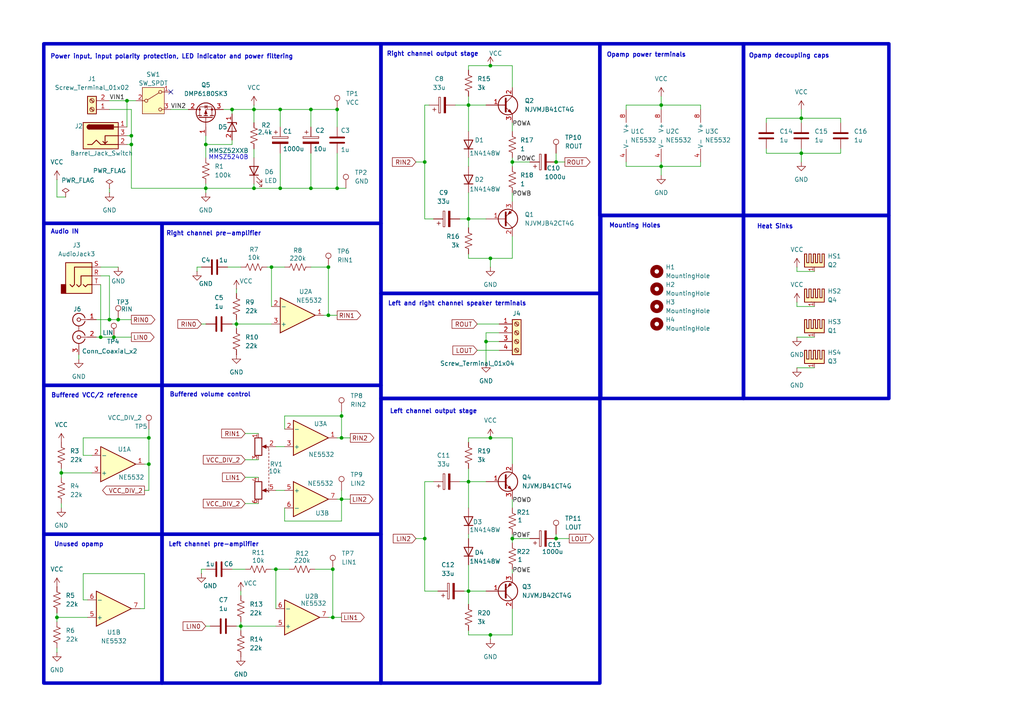
<source format=kicad_sch>
(kicad_sch (version 20231120) (generator "eeschema") (generator_version "8.0")
  (paper "A4")
  (title_block (title "Basic Stereo Amp") (date "2024-09-29") (rev "v3") (comment 1 "Author: Hussam Al-Hertani"))
  (junction (at 69.85 181.61))
  (junction (at 99.06 120.65))
  (junction (at 80.01 165.1))
  (junction (at 81.28 31.75))
  (junction (at 16.51 179.07))
  (junction (at 123.19 156.21))
  (junction (at 73.66 31.75))
  (junction (at 59.69 54.61))
  (junction (at 142.24 74.93))
  (junction (at 135.89 171.45))
  (junction (at 142.24 19.05))
  (junction (at 68.58 93.98))
  (junction (at 148.59 46.99))
  (junction (at 135.89 63.5))
  (junction (at 33.02 97.79))
  (junction (at 96.52 165.1))
  (junction (at 34.29 92.71))
  (junction (at 43.18 134.62))
  (junction (at 43.18 127))
  (junction (at 95.25 77.47))
  (junction (at 232.41 34.29))
  (junction (at 31.75 92.71))
  (junction (at 38.1 41.91))
  (junction (at 232.41 44.45))
  (junction (at 78.74 77.47))
  (junction (at 67.31 31.75))
  (junction (at 90.17 54.61))
  (junction (at 123.19 46.99))
  (junction (at 135.89 30.48))
  (junction (at 17.78 137.16))
  (junction (at 161.29 46.99))
  (junction (at 135.89 139.7))
  (junction (at 191.77 48.26))
  (junction (at 191.77 30.48))
  (junction (at 97.79 31.75))
  (junction (at 161.29 156.21))
  (junction (at 142.24 127))
  (junction (at 148.59 156.21))
  (junction (at 90.17 31.75))
  (junction (at 99.06 144.78))
  (junction (at 97.79 54.61))
  (junction (at 73.66 54.61))
  (junction (at 95.25 91.44))
  (junction (at 81.28 54.61))
  (junction (at 99.06 127))
  (junction (at 59.69 41.91))
  (junction (at 29.21 97.79))
  (junction (at 142.24 184.15))
  (junction (at 140.97 99.06))
  (junction (at 96.52 179.07))
  (junction (at 38.1 39.37))
  (junction (at 36.83 29.21))
  (no_connect (at 49.53 26.67))
  (wire (pts (xy 99.06 144.78) (xy 99.06 151.13)))
  (wire (pts (xy 140.97 30.48) (xy 135.89 30.48)))
  (wire (pts (xy 138.43 93.98) (xy 144.78 93.98)))
  (wire (pts (xy 43.18 127) (xy 43.18 134.62)))
  (wire (pts (xy 148.59 45.72) (xy 148.59 46.99)))
  (wire (pts (xy 71.12 133.35) (xy 74.93 133.35)))
  (wire (pts (xy 97.79 54.61) (xy 90.17 54.61)))
  (wire (pts (xy 97.79 144.78) (xy 99.06 144.78)))
  (wire (pts (xy 71.12 138.43) (xy 74.93 138.43)))
  (wire (pts (xy 203.2 48.26) (xy 203.2 46.99)))
  (wire (pts (xy 68.58 92.71) (xy 68.58 93.98)))
  (wire (pts (xy 96.52 179.07) (xy 96.52 165.1)))
  (wire (pts (xy 80.01 165.1) (xy 83.82 165.1)))
  (wire (pts (xy 134.62 171.45) (xy 135.89 171.45)))
  (wire (pts (xy 181.61 30.48) (xy 191.77 30.48)))
  (wire (pts (xy 68.58 83.82) (xy 68.58 85.09)))
  (wire (pts (xy 142.24 19.05) (xy 148.59 19.05)))
  (wire (pts (xy 135.89 19.05) (xy 135.89 20.32)))
  (wire (pts (xy 222.25 44.45) (xy 232.41 44.45)))
  (wire (pts (xy 58.42 93.98) (xy 59.69 93.98)))
  (wire (pts (xy 140.97 99.06) (xy 140.97 105.41)))
  (wire (pts (xy 135.89 63.5) (xy 135.89 66.04)))
  (wire (pts (xy 24.13 127) (xy 43.18 127)))
  (wire (pts (xy 123.19 139.7) (xy 123.19 156.21)))
  (wire (pts (xy 132.08 30.48) (xy 135.89 30.48)))
  (wire (pts (xy 231.14 88.9) (xy 231.14 87.63)))
  (wire (pts (xy 148.59 156.21) (xy 148.59 157.48)))
  (wire (pts (xy 144.78 96.52) (xy 140.97 96.52)))
  (wire (pts (xy 123.19 30.48) (xy 123.19 46.99)))
  (wire (pts (xy 232.41 34.29) (xy 232.41 35.56)))
  (wire (pts (xy 69.85 181.61) (xy 80.01 181.61)))
  (wire (pts (xy 231.14 78.74) (xy 231.14 77.47)))
  (wire (pts (xy 80.01 142.24) (xy 82.55 142.24)))
  (wire (pts (xy 69.85 180.34) (xy 69.85 181.61)))
  (wire (pts (xy 43.18 124.46) (xy 43.18 127)))
  (wire (pts (xy 135.89 127) (xy 135.89 128.27)))
  (wire (pts (xy 16.51 187.96) (xy 16.51 189.23)))
  (wire (pts (xy 148.59 46.99) (xy 148.59 48.26)))
  (wire (pts (xy 99.06 144.78) (xy 101.6 144.78)))
  (wire (pts (xy 59.69 39.37) (xy 59.69 41.91)))
  (wire (pts (xy 95.25 91.44) (xy 95.25 77.47)))
  (wire (pts (xy 40.64 176.53) (xy 41.91 176.53)))
  (wire (pts (xy 191.77 30.48) (xy 203.2 30.48)))
  (wire (pts (xy 123.19 156.21) (xy 123.19 171.45)))
  (wire (pts (xy 25.4 173.99) (xy 24.13 173.99)))
  (wire (pts (xy 135.89 27.94) (xy 135.89 30.48)))
  (wire (pts (xy 31.75 54.61) (xy 31.75 55.88)))
  (wire (pts (xy 17.78 137.16) (xy 17.78 138.43)))
  (wire (pts (xy 135.89 171.45) (xy 135.89 175.26)))
  (wire (pts (xy 232.41 34.29) (xy 243.84 34.29)))
  (wire (pts (xy 31.75 80.01) (xy 31.75 92.71)))
  (wire (pts (xy 43.18 142.24) (xy 43.18 134.62)))
  (wire (pts (xy 17.78 135.89) (xy 17.78 137.16)))
  (wire (pts (xy 99.06 127) (xy 99.06 120.65)))
  (wire (pts (xy 69.85 171.45) (xy 69.85 172.72)))
  (wire (pts (xy 26.67 132.08) (xy 24.13 132.08)))
  (wire (pts (xy 80.01 129.54) (xy 82.55 129.54)))
  (wire (pts (xy 58.42 165.1) (xy 58.42 166.37)))
  (wire (pts (xy 148.59 46.99) (xy 153.67 46.99)))
  (wire (pts (xy 231.14 106.68) (xy 236.22 106.68)))
  (wire (pts (xy 142.24 74.93) (xy 142.24 77.47)))
  (wire (pts (xy 161.29 46.99) (xy 163.83 46.99)))
  (wire (pts (xy 57.15 77.47) (xy 58.42 77.47)))
  (wire (pts (xy 81.28 54.61) (xy 73.66 54.61)))
  (wire (pts (xy 16.51 177.8) (xy 16.51 179.07)))
  (wire (pts (xy 66.04 77.47) (xy 69.85 77.47)))
  (wire (pts (xy 58.42 165.1) (xy 59.69 165.1)))
  (wire (pts (xy 95.25 91.44) (xy 93.98 91.44)))
  (wire (pts (xy 231.14 97.79) (xy 236.22 97.79)))
  (wire (pts (xy 236.22 78.74) (xy 231.14 78.74)))
  (wire (pts (xy 99.06 119.38) (xy 99.06 120.65)))
  (wire (pts (xy 81.28 44.45) (xy 81.28 54.61)))
  (wire (pts (xy 41.91 166.37) (xy 41.91 176.53)))
  (wire (pts (xy 95.25 91.44) (xy 97.79 91.44)))
  (wire (pts (xy 36.83 29.21) (xy 39.37 29.21)))
  (wire (pts (xy 16.51 57.15) (xy 19.05 57.15)))
  (wire (pts (xy 135.89 127) (xy 142.24 127)))
  (wire (pts (xy 232.41 43.18) (xy 232.41 44.45)))
  (wire (pts (xy 99.06 151.13) (xy 82.55 151.13)))
  (wire (pts (xy 22.86 102.87) (xy 22.86 104.14)))
  (wire (pts (xy 142.24 184.15) (xy 142.24 185.42)))
  (wire (pts (xy 90.17 31.75) (xy 97.79 31.75)))
  (wire (pts (xy 148.59 19.05) (xy 148.59 25.4)))
  (wire (pts (xy 222.25 43.18) (xy 222.25 44.45)))
  (wire (pts (xy 148.59 154.94) (xy 148.59 156.21)))
  (wire (pts (xy 148.59 165.1) (xy 148.59 166.37)))
  (wire (pts (xy 29.21 82.55) (xy 29.21 97.79)))
  (wire (pts (xy 24.13 166.37) (xy 41.91 166.37)))
  (wire (pts (xy 91.44 165.1) (xy 96.52 165.1)))
  (wire (pts (xy 31.75 92.71) (xy 34.29 92.71)))
  (wire (pts (xy 67.31 31.75) (xy 73.66 31.75)))
  (wire (pts (xy 161.29 154.94) (xy 161.29 156.21)))
  (wire (pts (xy 181.61 46.99) (xy 181.61 48.26)))
  (wire (pts (xy 67.31 40.64) (xy 67.31 41.91)))
  (wire (pts (xy 243.84 44.45) (xy 243.84 43.18)))
  (wire (pts (xy 29.21 97.79) (xy 33.02 97.79)))
  (wire (pts (xy 97.79 44.45) (xy 97.79 54.61)))
  (wire (pts (xy 38.1 54.61) (xy 38.1 41.91)))
  (wire (pts (xy 161.29 156.21) (xy 165.1 156.21)))
  (wire (pts (xy 142.24 127) (xy 148.59 127)))
  (wire (pts (xy 142.24 74.93) (xy 135.89 74.93)))
  (wire (pts (xy 59.69 54.61) (xy 38.1 54.61)))
  (wire (pts (xy 81.28 31.75) (xy 90.17 31.75)))
  (wire (pts (xy 232.41 44.45) (xy 232.41 46.99)))
  (wire (pts (xy 203.2 30.48) (xy 203.2 31.75)))
  (wire (pts (xy 90.17 77.47) (xy 95.25 77.47)))
  (wire (pts (xy 36.83 39.37) (xy 38.1 39.37)))
  (wire (pts (xy 36.83 41.91) (xy 38.1 41.91)))
  (wire (pts (xy 133.35 63.5) (xy 135.89 63.5)))
  (wire (pts (xy 135.89 45.72) (xy 135.89 48.26)))
  (wire (pts (xy 90.17 44.45) (xy 90.17 54.61)))
  (wire (pts (xy 232.41 31.75) (xy 232.41 34.29)))
  (wire (pts (xy 161.29 44.45) (xy 161.29 46.99)))
  (wire (pts (xy 33.02 97.79) (xy 38.1 97.79)))
  (wire (pts (xy 78.74 165.1) (xy 80.01 165.1)))
  (wire (pts (xy 120.65 156.21) (xy 123.19 156.21)))
  (wire (pts (xy 135.89 30.48) (xy 135.89 38.1)))
  (wire (pts (xy 135.89 74.93) (xy 135.89 73.66)))
  (wire (pts (xy 140.97 96.52) (xy 140.97 99.06)))
  (wire (pts (xy 67.31 33.02) (xy 67.31 31.75)))
  (wire (pts (xy 148.59 144.78) (xy 148.59 147.32)))
  (wire (pts (xy 123.19 63.5) (xy 125.73 63.5)))
  (wire (pts (xy 36.83 29.21) (xy 36.83 36.83)))
  (wire (pts (xy 31.75 29.21) (xy 36.83 29.21)))
  (wire (pts (xy 78.74 77.47) (xy 82.55 77.47)))
  (wire (pts (xy 27.94 92.71) (xy 31.75 92.71)))
  (wire (pts (xy 24.13 132.08) (xy 24.13 127)))
  (wire (pts (xy 135.89 63.5) (xy 140.97 63.5)))
  (wire (pts (xy 67.31 165.1) (xy 71.12 165.1)))
  (wire (pts (xy 80.01 176.53) (xy 80.01 165.1)))
  (wire (pts (xy 135.89 135.89) (xy 135.89 139.7)))
  (wire (pts (xy 49.53 31.75) (xy 54.61 31.75)))
  (wire (pts (xy 41.91 134.62) (xy 43.18 134.62)))
  (wire (pts (xy 135.89 171.45) (xy 140.97 171.45)))
  (wire (pts (xy 29.21 77.47) (xy 34.29 77.47)))
  (wire (pts (xy 191.77 30.48) (xy 191.77 31.75)))
  (wire (pts (xy 142.24 184.15) (xy 135.89 184.15)))
  (wire (pts (xy 68.58 181.61) (xy 69.85 181.61)))
  (wire (pts (xy 148.59 55.88) (xy 148.59 58.42)))
  (wire (pts (xy 99.06 120.65) (xy 82.55 120.65)))
  (wire (pts (xy 138.43 101.6) (xy 144.78 101.6)))
  (wire (pts (xy 57.15 77.47) (xy 57.15 78.74)))
  (wire (pts (xy 16.51 179.07) (xy 16.51 180.34)))
  (wire (pts (xy 82.55 151.13) (xy 82.55 147.32)))
  (wire (pts (xy 148.59 127) (xy 148.59 134.62)))
  (wire (pts (xy 148.59 68.58) (xy 148.59 74.93)))
  (wire (pts (xy 191.77 48.26) (xy 191.77 50.8)))
  (wire (pts (xy 135.89 19.05) (xy 142.24 19.05)))
  (wire (pts (xy 17.78 146.05) (xy 17.78 147.32)))
  (wire (pts (xy 148.59 176.53) (xy 148.59 184.15)))
  (wire (pts (xy 68.58 93.98) (xy 78.74 93.98)))
  (wire (pts (xy 222.25 35.56) (xy 222.25 34.29)))
  (wire (pts (xy 140.97 99.06) (xy 144.78 99.06)))
  (wire (pts (xy 73.66 31.75) (xy 81.28 31.75)))
  (wire (pts (xy 90.17 31.75) (xy 90.17 36.83)))
  (wire (pts (xy 71.12 146.05) (xy 74.93 146.05)))
  (wire (pts (xy 41.91 142.24) (xy 43.18 142.24)))
  (wire (pts (xy 96.52 179.07) (xy 99.06 179.07)))
  (wire (pts (xy 135.89 55.88) (xy 135.89 63.5)))
  (wire (pts (xy 59.69 54.61) (xy 59.69 55.88)))
  (wire (pts (xy 77.47 77.47) (xy 78.74 77.47)))
  (wire (pts (xy 99.06 142.24) (xy 99.06 144.78)))
  (wire (pts (xy 59.69 53.34) (xy 59.69 54.61)))
  (wire (pts (xy 243.84 34.29) (xy 243.84 35.56)))
  (wire (pts (xy 191.77 27.94) (xy 191.77 30.48)))
  (wire (pts (xy 82.55 120.65) (xy 82.55 124.46)))
  (wire (pts (xy 97.79 54.61) (xy 100.33 54.61)))
  (wire (pts (xy 120.65 46.99) (xy 123.19 46.99)))
  (wire (pts (xy 181.61 48.26) (xy 191.77 48.26)))
  (wire (pts (xy 78.74 88.9) (xy 78.74 77.47)))
  (wire (pts (xy 148.59 184.15) (xy 142.24 184.15)))
  (wire (pts (xy 123.19 171.45) (xy 127 171.45)))
  (wire (pts (xy 135.89 163.83) (xy 135.89 171.45)))
  (wire (pts (xy 67.31 31.75) (xy 64.77 31.75)))
  (wire (pts (xy 191.77 48.26) (xy 203.2 48.26)))
  (wire (pts (xy 38.1 41.91) (xy 38.1 39.37)))
  (wire (pts (xy 123.19 46.99) (xy 123.19 63.5)))
  (wire (pts (xy 97.79 127) (xy 99.06 127)))
  (wire (pts (xy 148.59 35.56) (xy 148.59 38.1)))
  (wire (pts (xy 90.17 54.61) (xy 81.28 54.61)))
  (wire (pts (xy 59.69 41.91) (xy 59.69 45.72)))
  (wire (pts (xy 73.66 53.34) (xy 73.66 54.61)))
  (wire (pts (xy 31.75 31.75) (xy 38.1 31.75)))
  (wire (pts (xy 232.41 44.45) (xy 243.84 44.45)))
  (wire (pts (xy 17.78 137.16) (xy 26.67 137.16)))
  (wire (pts (xy 97.79 31.75) (xy 97.79 36.83)))
  (wire (pts (xy 24.13 173.99) (xy 24.13 166.37)))
  (wire (pts (xy 34.29 92.71) (xy 38.1 92.71)))
  (wire (pts (xy 135.89 154.94) (xy 135.89 156.21)))
  (wire (pts (xy 67.31 41.91) (xy 59.69 41.91)))
  (wire (pts (xy 99.06 127) (xy 101.6 127)))
  (wire (pts (xy 38.1 31.75) (xy 38.1 39.37)))
  (wire (pts (xy 124.46 30.48) (xy 123.19 30.48)))
  (wire (pts (xy 29.21 80.01) (xy 31.75 80.01)))
  (wire (pts (xy 73.66 30.48) (xy 73.66 31.75)))
  (wire (pts (xy 73.66 54.61) (xy 59.69 54.61)))
  (wire (pts (xy 222.25 34.29) (xy 232.41 34.29)))
  (wire (pts (xy 96.52 179.07) (xy 95.25 179.07)))
  (wire (pts (xy 68.58 93.98) (xy 68.58 95.25)))
  (wire (pts (xy 191.77 46.99) (xy 191.77 48.26)))
  (wire (pts (xy 236.22 88.9) (xy 231.14 88.9)))
  (wire (pts (xy 69.85 181.61) (xy 69.85 182.88)))
  (wire (pts (xy 71.12 125.73) (xy 74.93 125.73)))
  (wire (pts (xy 27.94 97.79) (xy 29.21 97.79)))
  (wire (pts (xy 67.31 93.98) (xy 68.58 93.98)))
  (wire (pts (xy 140.97 139.7) (xy 135.89 139.7)))
  (wire (pts (xy 181.61 31.75) (xy 181.61 30.48)))
  (wire (pts (xy 73.66 31.75) (xy 73.66 35.56)))
  (wire (pts (xy 135.89 139.7) (xy 135.89 147.32)))
  (wire (pts (xy 148.59 74.93) (xy 142.24 74.93)))
  (wire (pts (xy 148.59 156.21) (xy 153.67 156.21)))
  (wire (pts (xy 16.51 179.07) (xy 25.4 179.07)))
  (wire (pts (xy 59.69 181.61) (xy 60.96 181.61)))
  (wire (pts (xy 133.35 139.7) (xy 135.89 139.7)))
  (wire (pts (xy 135.89 184.15) (xy 135.89 182.88)))
  (wire (pts (xy 81.28 31.75) (xy 81.28 36.83)))
  (wire (pts (xy 16.51 52.07) (xy 16.51 57.15)))
  (wire (pts (xy 73.66 43.18) (xy 73.66 45.72)))
  (wire (pts (xy 125.73 139.7) (xy 123.19 139.7)))
  (rectangle (start 12.7 111.76) (end 46.99 154.94) (stroke (width 1.016)))
  (rectangle (start 215.646 62.484) (end 257.81 115.57) (stroke (width 1.016)))
  (rectangle (start 110.49 12.7) (end 173.99 85.09) (stroke (width 1.016)))
  (rectangle (start 110.49 85.09) (end 173.99 115.57) (stroke (width 1.016)))
  (rectangle (start 46.99 154.94) (end 110.49 198.12) (stroke (width 1.016)))
  (rectangle (start 173.99 12.7) (end 215.646 62.484) (stroke (width 1.016)))
  (rectangle (start 46.99 64.77) (end 110.49 111.76) (stroke (width 1.016)))
  (rectangle (start 12.7 12.7) (end 110.49 64.77) (stroke (width 1.016)))
  (rectangle (start 12.7 64.77) (end 46.99 111.76) (stroke (width 1.016)))
  (rectangle (start 174.244 62.484) (end 215.646 115.57) (stroke (width 1.016)))
  (rectangle (start 46.99 111.76) (end 110.49 154.94) (stroke (width 1.016)))
  (rectangle (start 215.646 12.7) (end 257.81 62.484) (stroke (width 1.016)))
  (rectangle (start 12.7 154.94) (end 46.99 198.12) (stroke (width 1.016)))
  (rectangle (start 110.49 115.57) (end 173.99 198.12) (stroke (width 1.016)))
  (text "Left channel output stage" (at 125.73 119.38 0) (effects (font (size 1.27 1.27) (thickness 0.254) (bold yes))))
  (text "Audio IN" (at 18.796 67.31 0) (effects (font (size 1.27 1.27) (thickness 0.254) (bold yes))))
  (text "MMSZ5240B" (at 60.452 46.482 0) (effects (font (size 1.27 1.27)) (justify left bottom)))
  (text "Heat Sinks" (at 224.79 65.786 0) (effects (font (size 1.27 1.27) (thickness 0.254) (bold yes))))
  (text "Opamp decoupling caps" (at 228.854 16.256 0) (effects (font (size 1.27 1.27) (thickness 0.254) (bold yes))))
  (text "Mounting Holes" (at 184.15 65.532 0) (effects (font (size 1.27 1.27) (thickness 0.254) (bold yes))))
  (text "Buffered volume control" (at 60.96 114.554 0) (effects (font (size 1.27 1.27) (thickness 0.254) (bold yes))))
  (text "Opamp power terminals" (at 187.452 16.002 0) (effects (font (size 1.27 1.27) (thickness 0.254) (bold yes))))
  (text "Right channel pre-amplifier" (at 61.976 67.818 0) (effects (font (size 1.27 1.27) (thickness 0.254) (bold yes))))
  (text "Buffered VCC/2 reference" (at 27.432 114.808 0) (effects (font (size 1.27 1.27) (thickness 0.254) (bold yes))))
  (text "Unused opamp" (at 22.86 157.988 0) (effects (font (size 1.27 1.27) (thickness 0.254) (bold yes))))
  (text "Right channel output stage" (at 125.476 15.748 0) (effects (font (size 1.27 1.27) (thickness 0.254) (bold yes))))
  (text "Left and right channel speaker terminals" (at 132.588 88.138 0) (effects (font (size 1.27 1.27) (thickness 0.254) (bold yes))))
  (text "Left channel pre-amplifier" (at 61.976 157.988 0) (effects (font (size 1.27 1.27) (thickness 0.254) (bold yes))))
  (text "Power input, input polarity protection, LED indicator and power filtering " (at 50.292 16.51 0) (effects (font (size 1.27 1.27) (thickness 0.254) (bold yes))))
  (label "VIN2" (at 49.53 31.75 0))
  (label "POWA" (at 148.59 36.83 0))
  (label "POWD" (at 148.59 146.05 0))
  (label "VIN1" (at 31.75 29.21 0))
  (label "POWE" (at 148.59 166.37 0))
  (label "POWF" (at 148.59 156.21 0))
  (label "POWC" (at 149.86 46.99 0))
  (label "POWB" (at 148.59 57.15 0))
  (global_label "ROUT" (shape output) (at 163.83 46.99 0) (property "Intersheetrefs" "${INTERSHEET_REFS}" (effects (hide yes))))
  (global_label "RIN2" (shape output) (at 101.6 127 0) (property "Intersheetrefs" "${INTERSHEET_REFS}" (effects (hide yes))))
  (global_label "RIN1" (shape output) (at 97.79 91.44 0) (property "Intersheetrefs" "${INTERSHEET_REFS}" (effects (hide yes))))
  (global_label "LIN2" (shape input) (at 120.65 156.21 180) (property "Intersheetrefs" "${INTERSHEET_REFS}" (effects (hide yes))))
  (global_label "LIN0" (shape input) (at 59.69 181.61 180) (property "Intersheetrefs" "${INTERSHEET_REFS}" (effects (hide yes))))
  (global_label "RIN0" (shape input) (at 58.42 93.98 180) (property "Intersheetrefs" "${INTERSHEET_REFS}" (effects (hide yes))))
  (global_label "LIN1" (shape input) (at 71.12 138.43 180) (property "Intersheetrefs" "${INTERSHEET_REFS}" (effects (hide yes))))
  (global_label "ROUT" (shape input) (at 138.43 93.98 180) (property "Intersheetrefs" "${INTERSHEET_REFS}" (effects (hide yes))))
  (global_label "RIN0" (shape output) (at 38.1 92.71 0) (property "Intersheetrefs" "${INTERSHEET_REFS}" (effects (hide yes))))
  (global_label "VCC_DIV_2" (shape input) (at 71.12 133.35 180) (property "Intersheetrefs" "${INTERSHEET_REFS}" (effects (hide yes))))
  (global_label "RIN1" (shape input) (at 71.12 125.73 180) (property "Intersheetrefs" "${INTERSHEET_REFS}" (effects (hide yes))))
  (global_label "RIN2" (shape input) (at 120.65 46.99 180) (property "Intersheetrefs" "${INTERSHEET_REFS}" (effects (hide yes))))
  (global_label "LIN2" (shape output) (at 101.6 144.78 0) (property "Intersheetrefs" "${INTERSHEET_REFS}" (effects (hide yes))))
  (global_label "LIN1" (shape output) (at 99.06 179.07 0) (property "Intersheetrefs" "${INTERSHEET_REFS}" (effects (hide yes))))
  (global_label "LOUT" (shape output) (at 165.1 156.21 0) (property "Intersheetrefs" "${INTERSHEET_REFS}" (effects (hide yes))))
  (global_label "VCC_DIV_2" (shape output) (at 41.91 142.24 180) (property "Intersheetrefs" "${INTERSHEET_REFS}" (effects (hide yes))))
  (global_label "LOUT" (shape input) (at 138.43 101.6 180) (property "Intersheetrefs" "${INTERSHEET_REFS}" (effects (hide yes))))
  (global_label "VCC_DIV_2" (shape input) (at 71.12 146.05 180) (property "Intersheetrefs" "${INTERSHEET_REFS}" (effects (hide yes))))
  (global_label "LIN0" (shape output) (at 38.1 97.79 0) (property "Intersheetrefs" "${INTERSHEET_REFS}" (effects (hide yes))))
  (symbol (lib_id "Amplifier_Operational:NE5532") (at 90.17 127 0) (mirror x) (unit 1)
    (property "Reference" "U3" (at 92.964 122.936 0))
    (property "Value" "NE5532" (at 93.218 131.826 0))
    (property "Footprint" "Package_SO:SOIC-8_3.9x4.9mm_P1.27mm" (effects (hide yes)))
    (property "Datasheet" "http://www.ti.com/lit/ds/symlink/ne5532.pdf" (effects (hide yes)))
  )
  (symbol (lib_name "VCC_2") (lib_id "power:VCC") (at 142.24 19.05 0) (unit 1)
    (property "Reference" "#PWR012" (effects (hide yes)))
    (property "Value" "VCC" (at 143.764 15.494 0))
    (property "Description" "Power symbol creates a global label with name \"VCC\"" (effects (hide yes)))
  )
  (symbol (lib_id "Connector:TestPoint") (at 161.29 154.94 0) (unit 1)
    (property "Reference" "TP11" (at 163.83 150.3679 0) (effects (justify left)))
    (property "Value" "LOUT" (at 163.83 152.9079 0) (effects (justify left)))
    (property "Footprint" "TestPoint:TestPoint_THTPad_D2.0mm_Drill1.0mm" (effects (hide yes)))
  )
  (symbol (lib_id "power:GND") (at 34.29 77.47 0) (unit 1)
    (property "Reference" "#PWR029" (effects (hide yes)))
    (property "Value" "GND" (at 34.29 81.534 0))
    (property "Description" "Power symbol creates a global label with name \"GND\" , ground" (effects (hide yes)))
  )
  (symbol (lib_id "Device:R_US") (at 73.66 39.37 0) (unit 1)
    (property "Reference" "R2" (at 78.486 36.322 0) (effects (justify right)))
    (property "Value" "2.4k" (at 78.994 38.354 0) (effects (justify right)))
    (property "Footprint" "Resistor_SMD:R_1206_3216Metric_Pad1.30x1.75mm_HandSolder" (effects (hide yes)))
  )
  (symbol (lib_id "power:GND") (at 68.58 102.87 0) (unit 1)
    (property "Reference" "#PWR013" (effects (hide yes)))
    (property "Value" "GND" (at 68.58 107.95 0))
    (property "Description" "Power symbol creates a global label with name \"GND\" , ground" (effects (hide yes)))
  )
  (symbol (lib_id "power:GND") (at 16.51 189.23 0) (unit 1)
    (property "Reference" "#PWR017" (effects (hide yes)))
    (property "Value" "GND" (at 16.51 194.31 0))
    (property "Description" "Power symbol creates a global label with name \"GND\" , ground" (effects (hide yes)))
  )
  (symbol (lib_id "power:GND") (at 142.24 185.42 0) (unit 1)
    (property "Reference" "#PWR04" (effects (hide yes)))
    (property "Value" "GND" (at 142.24 190.5 0))
    (property "Description" "Power symbol creates a global label with name \"GND\" , ground" (effects (hide yes)))
  )
  (symbol (lib_id "myparts:NJVMJB42CT4G") (at 147.32 63.5 0) (mirror x) (unit 1)
    (property "Reference" "Q1" (at 152.146 62.23 0) (effects (justify left)))
    (property "Value" "NJVMJB42CT4G" (at 152.146 64.77 0) (effects (justify left)))
    (property "Footprint" "Package_TO_SOT_SMD:TO-263-2" (effects (hide yes)))
  )
  (symbol (lib_id "Connector:TestPoint") (at 99.06 142.24 0) (unit 1)
    (property "Reference" "TP9" (at 101.6 137.6679 0) (effects (justify left)))
    (property "Value" "LIN2" (at 101.6 140.2079 0) (effects (justify left)))
    (property "Footprint" "TestPoint:TestPoint_THTPad_D2.0mm_Drill1.0mm" (effects (hide yes)))
  )
  (symbol (lib_id "Connector:TestPoint") (at 100.33 54.61 0) (unit 1)
    (property "Reference" "TP2" (at 102.87 50.0379 0) (effects (justify left)))
    (property "Value" "GND" (at 102.87 52.5779 0) (effects (justify left)))
    (property "Footprint" "TestPoint:TestPoint_THTPad_D2.0mm_Drill1.0mm" (effects (hide yes)))
  )
  (symbol (lib_id "Connector:TestPoint") (at 161.29 44.45 0) (unit 1)
    (property "Reference" "TP10" (at 163.83 39.8779 0) (effects (justify left)))
    (property "Value" "ROUT" (at 163.83 42.4179 0) (effects (justify left)))
    (property "Footprint" "TestPoint:TestPoint_THTPad_D2.0mm_Drill1.0mm" (effects (hide yes)))
  )
  (symbol (lib_id "Device:C") (at 62.23 77.47 270) (unit 1)
    (property "Reference" "C4" (at 59.69 75.438 90))
    (property "Value" "1u" (at 64.77 75.438 90))
    (property "Footprint" "Capacitor_SMD:C_1206_3216Metric_Pad1.33x1.80mm_HandSolder" (effects (hide yes)))
  )
  (symbol (lib_id "power:GND") (at 58.42 166.37 0) (unit 1)
    (property "Reference" "#PWR08" (effects (hide yes)))
    (property "Value" "GND" (at 60.96 169.926 0))
    (property "Description" "Power symbol creates a global label with name \"GND\" , ground" (effects (hide yes)))
  )
  (symbol (lib_id "Device:C") (at 63.5 93.98 270) (unit 1)
    (property "Reference" "C5" (at 63.5 86.36 90))
    (property "Value" "1u" (at 63.5 88.9 90))
    (property "Footprint" "Capacitor_SMD:C_1206_3216Metric_Pad1.33x1.80mm_HandSolder" (effects (hide yes)))
  )
  (symbol (lib_id "power:GND") (at 57.15 78.74 0) (unit 1)
    (property "Reference" "#PWR020" (effects (hide yes)))
    (property "Value" "GND" (at 59.69 82.296 0))
    (property "Description" "Power symbol creates a global label with name \"GND\" , ground" (effects (hide yes)))
  )
  (symbol (lib_id "Connector:Barrel_Jack_Switch") (at 29.21 39.37 0) (unit 1)
    (property "Reference" "J2" (at 22.86 36.576 0))
    (property "Value" "Barrel_Jack_Switch" (at 29.464 44.45 0))
    (property "Footprint" "Connector_BarrelJack:BarrelJack_CUI_PJ-102AH_Horizontal" (effects (hide yes)))
    (property "Description" "DC Barrel Jack with an internal switch" (effects (hide yes)))
  )
  (symbol (lib_id "power:GND") (at 31.75 55.88 0) (unit 1)
    (property "Reference" "#PWR028" (effects (hide yes)))
    (property "Value" "GND" (at 31.75 60.96 0))
    (property "Description" "Power symbol creates a global label with name \"GND\" , ground" (effects (hide yes)))
  )
  (symbol (lib_name "VCC_2") (lib_id "power:VCC") (at 17.78 128.27 0) (unit 1)
    (property "Reference" "#PWR027" (effects (hide yes)))
    (property "Value" "VCC" (at 17.78 123.19 0))
    (property "Description" "Power symbol creates a global label with name \"VCC\"" (effects (hide yes)))
  )
  (symbol (lib_id "Device:C_Polarized") (at 129.54 139.7 90) (unit 1)
    (property "Reference" "C11" (at 128.651 132.08 90))
    (property "Value" "33u" (at 128.651 134.62 90))
    (property "Footprint" "Capacitor_SMD:C_Elec_6.3x5.4" (effects (hide yes)))
  )
  (symbol (lib_id "Device:C_Polarized") (at 129.54 63.5 90) (unit 1)
    (property "Reference" "C9" (at 128.651 55.88 90))
    (property "Value" "33u" (at 128.651 58.42 90))
    (property "Footprint" "Capacitor_SMD:C_Elec_6.3x5.4" (effects (hide yes)))
  )
  (symbol (lib_id "Device:R_Potentiometer_Dual") (at 77.47 135.89 270) (unit 1)
    (property "Reference" "RV1" (at 82.042 134.62 90) (effects (justify right)))
    (property "Value" "10k" (at 81.534 136.652 90) (effects (justify right)))
    (property "Footprint" "myparts:PTD902-2015K-B103" (effects (hide yes)))
  )
  (symbol (lib_id "Amplifier_Operational:NE5532") (at 205.74 39.37 0) (unit 3)
    (property "Reference" "U3" (at 204.47 38.1 0) (effects (justify left)))
    (property "Value" "NE5532" (at 204.47 40.64 0) (effects (justify left)))
    (property "Footprint" "Package_SO:SOIC-8_3.9x4.9mm_P1.27mm" (effects (hide yes)))
    (property "Datasheet" "http://www.ti.com/lit/ds/symlink/ne5532.pdf" (effects (hide yes)))
  )
  (symbol (lib_id "Device:C_Polarized") (at 90.17 40.64 0) (unit 1)
    (property "Reference" "C2" (at 91.44 37.846 0) (effects (justify left)))
    (property "Value" "10u" (at 90.932 43.18 0) (effects (justify left)))
    (property "Footprint" "Capacitor_SMD:CP_Elec_5x5.3" (effects (hide yes)))
  )
  (symbol (lib_id "Diode:1N4148W") (at 135.89 160.02 90) (unit 1)
    (property "Reference" "D4" (at 137.668 160.274 90) (effects (justify right)))
    (property "Value" "1N4148W" (at 136.144 162.814 90) (effects (justify right)))
    (property "Footprint" "Diode_SMD:D_SOD-123" (effects (hide yes)))
    (property "Datasheet" "https://www.vishay.com/docs/85748/1n4148w.pdf" (effects (hide yes)))
    (property "Sim.Device" "D" (effects (hide yes)))
    (property "Sim.Pins" "1=K 2=A" (effects (hide yes)))
  )
  (symbol (lib_id "Connector:TestPoint") (at 99.06 119.38 0) (unit 1)
    (property "Reference" "TP8" (at 101.6 114.8079 0) (effects (justify left)))
    (property "Value" "RIN2" (at 101.6 117.3479 0) (effects (justify left)))
    (property "Footprint" "TestPoint:TestPoint_THTPad_D2.0mm_Drill1.0mm" (effects (hide yes)))
  )
  (symbol (lib_name "VCC_2") (lib_id "power:VCC") (at 232.41 31.75 0) (unit 1)
    (property "Reference" "#PWR016" (effects (hide yes)))
    (property "Value" "VCC" (at 232.41 26.67 0))
    (property "Description" "Power symbol creates a global label with name \"VCC\"" (effects (hide yes)))
  )
  (symbol (lib_name "VCC_2") (lib_id "power:VCC") (at 73.66 30.48 0) (unit 1)
    (property "Reference" "#PWR019" (effects (hide yes)))
    (property "Value" "VCC" (at 73.66 25.4 0))
    (property "Description" "Power symbol creates a global label with name \"VCC\"" (effects (hide yes)))
  )
  (symbol (lib_id "Mechanical:Heatsink_Pad") (at 236.22 76.2 0) (unit 1)
    (property "Reference" "HS1" (at 240.03 74.2949 0) (effects (justify left)))
    (property "Value" "Q2" (at 240.03 76.8349 0) (effects (justify left)))
    (property "Footprint" "Heatsink:Heatsink_AAVID_573300D00010G_TO-263" (effects (hide yes)))
    (property "Description" "Heatsink with electrical connection, 1 pin" (effects (hide yes)))
  )
  (symbol (lib_name "Conn_Coaxial_x2_1") (lib_id "Connector:Conn_Coaxial_x2") (at 22.86 95.25 0) (mirror y) (unit 1)
    (property "Reference" "J6" (at 23.622 89.662 0) (effects (justify left)))
    (property "Value" "Conn_Coaxial_x2" (at 39.878 101.854 0) (effects (justify left)))
    (property "Footprint" "myparts:RCJ-2223" (effects (hide yes)))
    (property "Description" "double coaxial connector (BNC, SMA, SMB, SMC, Cinch/RCA, LEMO, ...)" (effects (hide yes)))
  )
  (symbol (lib_id "Device:C") (at 97.79 40.64 0) (unit 1)
    (property "Reference" "C3" (at 98.806 37.846 0) (effects (justify left)))
    (property "Value" "1u" (at 98.806 43.434 0) (effects (justify left)))
    (property "Footprint" "Capacitor_SMD:C_1206_3216Metric_Pad1.33x1.80mm_HandSolder" (effects (hide yes)))
  )
  (symbol (lib_id "Device:R_US") (at 68.58 99.06 180) (unit 1)
    (property "Reference" "R10" (at 71.12 97.7899 0) (effects (justify right)))
    (property "Value" "22k" (at 71.12 100.3299 0) (effects (justify right)))
    (property "Footprint" "Resistor_SMD:R_1206_3216Metric_Pad1.30x1.75mm_HandSolder" (effects (hide yes)))
  )
  (symbol (lib_id "power:VCC") (at 68.58 83.82 0) (unit 1)
    (property "Reference" "#PWR06" (effects (hide yes)))
    (property "Value" "VCC" (at 71.374 81.534 0))
    (property "Description" "Power symbol creates a global label with name \"VCC\"" (effects (hide yes)))
  )
  (symbol (lib_id "power:GND") (at 191.77 50.8 0) (unit 1)
    (property "Reference" "#PWR07" (effects (hide yes)))
    (property "Value" "GND" (at 191.77 55.88 0))
    (property "Description" "Power symbol creates a global label with name \"GND\" , ground" (effects (hide yes)))
  )
  (symbol (lib_id "Amplifier_Operational:NE5532") (at 90.17 144.78 0) (unit 2)
    (property "Reference" "U3" (at 93.472 148.844 0))
    (property "Value" "NE5532" (at 92.964 140.208 0))
    (property "Footprint" "Package_SO:SOIC-8_3.9x4.9mm_P1.27mm" (effects (hide yes)))
    (property "Datasheet" "http://www.ti.com/lit/ds/symlink/ne5532.pdf" (effects (hide yes)))
  )
  (symbol (lib_id "Mechanical:MountingHole") (at 190.5 93.98 0) (unit 1)
    (property "Reference" "H4" (at 193.04 92.71 0) (effects (justify left)))
    (property "Value" "MountingHole" (at 193.04 95.25 0) (effects (justify left)))
    (property "Footprint" "MountingHole:MountingHole_3.2mm_M3_ISO7380" (effects (hide yes)))
  )
  (symbol (lib_id "myparts:NJVMJB41CT4G") (at 148.59 30.48 0) (unit 1)
    (property "Reference" "Q2" (at 152.146 29.21 0) (effects (justify left)))
    (property "Value" "NJVMJB41CT4G" (at 152.146 31.75 0) (effects (justify left)))
    (property "Footprint" "Package_TO_SOT_SMD:TO-263-2" (effects (hide yes)))
  )
  (symbol (lib_id "power:GND") (at 231.14 97.79 0) (unit 1)
    (property "Reference" "#PWR025" (effects (hide yes)))
    (property "Value" "GND" (at 231.14 102.87 0))
    (property "Description" "Power symbol creates a global label with name \"GND\" , ground" (effects (hide yes)))
  )
  (symbol (lib_id "power:GND") (at 231.14 106.68 0) (unit 1)
    (property "Reference" "#PWR026" (effects (hide yes)))
    (property "Value" "GND" (at 231.14 111.76 0))
    (property "Description" "Power symbol creates a global label with name \"GND\" , ground" (effects (hide yes)))
  )
  (symbol (lib_id "Device:C") (at 232.41 39.37 0) (unit 1)
    (property "Reference" "C15" (at 236.22 38.0999 0) (effects (justify left)))
    (property "Value" "1u" (at 236.22 40.6399 0) (effects (justify left)))
    (property "Footprint" "Capacitor_SMD:C_1206_3216Metric_Pad1.33x1.80mm_HandSolder" (effects (hide yes)))
  )
  (symbol (lib_id "power:GND") (at 140.97 105.41 0) (unit 1)
    (property "Reference" "#PWR03" (effects (hide yes)))
    (property "Value" "GND" (at 140.97 110.49 0))
    (property "Description" "Power symbol creates a global label with name \"GND\" , ground" (effects (hide yes)))
  )
  (symbol (lib_id "Device:C_Polarized") (at 130.81 171.45 90) (unit 1)
    (property "Reference" "C12" (at 129.921 163.83 90))
    (property "Value" "33u" (at 129.921 166.37 90))
    (property "Footprint" "Capacitor_SMD:C_Elec_6.3x5.4" (effects (hide yes)))
  )
  (symbol (lib_id "Mechanical:Heatsink_Pad") (at 236.22 95.25 0) (unit 1)
    (property "Reference" "HS3" (at 240.03 93.3449 0) (effects (justify left)))
    (property "Value" "Q1" (at 240.03 95.8849 0) (effects (justify left)))
    (property "Footprint" "Heatsink:Heatsink_AAVID_573300D00010G_TO-263" (effects (hide yes)))
    (property "Description" "Heatsink with electrical connection, 1 pin" (effects (hide yes)))
  )
  (symbol (lib_id "myparts:NJVMJB41CT4G") (at 148.59 139.7 0) (unit 1)
    (property "Reference" "Q4" (at 151.384 138.43 0) (effects (justify left)))
    (property "Value" "NJVMJB41CT4G" (at 151.384 140.97 0) (effects (justify left)))
    (property "Footprint" "Package_TO_SOT_SMD:TO-263-2" (effects (hide yes)))
  )
  (symbol (lib_id "Connector:Screw_Terminal_01x02") (at 26.67 31.75 180) (unit 1)
    (property "Reference" "J1" (at 26.67 22.86 0))
    (property "Value" "Screw_Terminal_01x02" (at 26.67 25.4 0))
    (property "Footprint" "TerminalBlock:TerminalBlock_Altech_AK300-2_P5.00mm" (effects (hide yes)))
  )
  (symbol (lib_id "Diode:1N4148W") (at 135.89 151.13 90) (unit 1)
    (property "Reference" "D3" (at 137.16 151.384 90) (effects (justify right)))
    (property "Value" "1N4148W" (at 136.144 153.67 90) (effects (justify right)))
    (property "Footprint" "Diode_SMD:D_SOD-123" (effects (hide yes)))
    (property "Datasheet" "https://www.vishay.com/docs/85748/1n4148w.pdf" (effects (hide yes)))
    (property "Sim.Device" "D" (effects (hide yes)))
    (property "Sim.Pins" "1=K 2=A" (effects (hide yes)))
  )
  (symbol (lib_id "power:VCC") (at 69.85 171.45 0) (unit 1)
    (property "Reference" "#PWR011" (effects (hide yes)))
    (property "Value" "VCC" (at 72.644 169.164 0))
    (property "Description" "Power symbol creates a global label with name \"VCC\"" (effects (hide yes)))
  )
  (symbol (lib_id "Device:R_US") (at 135.89 179.07 0) (unit 1)
    (property "Reference" "R20" (at 138.43 177.7999 0) (effects (justify left)))
    (property "Value" "3k" (at 138.43 180.3399 0) (effects (justify left)))
    (property "Footprint" "Resistor_SMD:R_1206_3216Metric_Pad1.30x1.75mm_HandSolder" (effects (hide yes)))
  )
  (symbol (lib_id "Device:C") (at 243.84 39.37 0) (unit 1)
    (property "Reference" "C16" (at 247.65 38.0999 0) (effects (justify left)))
    (property "Value" "1u" (at 247.65 40.6399 0) (effects (justify left)))
    (property "Footprint" "Capacitor_SMD:C_1206_3216Metric_Pad1.33x1.80mm_HandSolder" (effects (hide yes)))
  )
  (symbol (lib_id "myparts:DMP6180SK3") (at 59.69 31.75 90) (unit 1)
    (property "Reference" "Q5" (at 59.69 24.638 90))
    (property "Value" "DMP6180SK3" (at 59.69 27.178 90))
    (property "Footprint" "Package_TO_SOT_SMD:TO-252-2" (effects (hide yes)))
  )
  (symbol (lib_id "Device:R_US") (at 148.59 161.29 0) (unit 1)
    (property "Reference" "R22" (at 149.86 160.02 0) (effects (justify left)))
    (property "Value" "1" (at 150.114 162.306 0) (effects (justify left)))
    (property "Footprint" "Resistor_SMD:R_2512_6332Metric_Pad1.40x3.35mm_HandSolder" (effects (hide yes)))
  )
  (symbol (lib_id "Connector:TestPoint") (at 95.25 77.47 0) (unit 1)
    (property "Reference" "TP6" (at 97.79 72.8979 0) (effects (justify left)))
    (property "Value" "RIN1" (at 97.79 75.4379 0) (effects (justify left)))
    (property "Footprint" "TestPoint:TestPoint_THTPad_D2.0mm_Drill1.0mm" (effects (hide yes)))
  )
  (symbol (lib_id "Connector:TestPoint") (at 97.79 31.75 0) (unit 1)
    (property "Reference" "TP1" (at 100.33 27.1779 0) (effects (justify left)))
    (property "Value" "VCC" (at 100.33 29.7179 0) (effects (justify left)))
    (property "Footprint" "TestPoint:TestPoint_THTPad_D2.0mm_Drill1.0mm" (effects (hide yes)))
  )
  (symbol (lib_id "Mechanical:MountingHole") (at 190.5 83.82 0) (unit 1)
    (property "Reference" "H2" (at 193.04 82.55 0) (effects (justify left)))
    (property "Value" "MountingHole" (at 193.04 85.09 0) (effects (justify left)))
    (property "Footprint" "MountingHole:MountingHole_3.2mm_M3_ISO7380" (effects (hide yes)))
  )
  (symbol (lib_id "power:PWR_FLAG") (at 19.05 57.15 0) (unit 1)
    (property "Reference" "#FLG01" (effects (hide yes)))
    (property "Value" "PWR_FLAG" (at 22.606 52.324 0))
    (property "Description" "Special symbol for telling ERC where power comes from" (effects (hide yes)))
  )
  (symbol (lib_id "Amplifier_Operational:NE5532") (at 34.29 134.62 0) (mirror x) (unit 1)
    (property "Reference" "U1" (at 36.068 130.302 0))
    (property "Value" "NE5532" (at 38.1 138.43 0))
    (property "Footprint" "Package_SO:SOIC-8_3.9x4.9mm_P1.27mm" (effects (hide yes)))
    (property "Datasheet" "http://www.ti.com/lit/ds/symlink/ne5532.pdf" (effects (hide yes)))
  )
  (symbol (lib_id "power:GND") (at 142.24 77.47 0) (unit 1)
    (property "Reference" "#PWR05" (effects (hide yes)))
    (property "Value" "GND" (at 142.24 82.55 0))
    (property "Description" "Power symbol creates a global label with name \"GND\" , ground" (effects (hide yes)))
  )
  (symbol (lib_name "VCC_3") (lib_id "power:VCC") (at 191.77 27.94 0) (unit 1)
    (property "Reference" "#PWR014" (effects (hide yes)))
    (property "Value" "VCC" (at 191.77 22.86 0))
    (property "Description" "Power symbol creates a global label with name \"VCC\"" (effects (hide yes)))
  )
  (symbol (lib_id "Connector_Audio:AudioJack3") (at 24.13 80.01 0) (unit 1)
    (property "Reference" "J3" (at 22.225 71.12 0))
    (property "Value" "AudioJack3" (at 22.225 73.66 0))
    (property "Footprint" "Connector_Audio:Jack_3.5mm_CUI_SJ1-3533NG_Horizontal" (effects (hide yes)))
    (property "Description" "Audio Jack, 3 Poles (Stereo / TRS)" (effects (hide yes)))
  )
  (symbol (lib_id "Device:R_US") (at 16.51 173.99 180) (unit 1)
    (property "Reference" "R5" (at 19.05 172.7199 0) (effects (justify right)))
    (property "Value" "22k" (at 19.05 175.2599 0) (effects (justify right)))
    (property "Footprint" "Resistor_SMD:R_1206_3216Metric_Pad1.30x1.75mm_HandSolder" (effects (hide yes)))
  )
  (symbol (lib_id "power:PWR_FLAG") (at 31.75 54.61 0) (unit 1)
    (property "Reference" "#FLG02" (effects (hide yes)))
    (property "Value" "PWR_FLAG" (at 31.75 49.53 0))
    (property "Description" "Special symbol for telling ERC where power comes from" (effects (hide yes)))
  )
  (symbol (lib_id "Switch:SW_SPDT") (at 44.45 29.21 0) (unit 1)
    (property "Reference" "SW1" (at 44.45 21.59 0))
    (property "Value" "SW_SPDT" (at 44.45 24.13 0))
    (property "Footprint" "Button_Switch_THT:SW_E-Switch_EG1224_SPDT_Angled" (effects (hide yes)))
    (property "Description" "Switch, single pole double throw" (effects (hide yes)))
  )
  (symbol (lib_id "Device:C_Polarized") (at 128.27 30.48 90) (unit 1)
    (property "Reference" "C8" (at 127.381 22.86 90))
    (property "Value" "33u" (at 127.381 25.4 90))
    (property "Footprint" "Capacitor_SMD:C_Elec_6.3x5.4" (effects (hide yes)))
  )
  (symbol (lib_id "Device:C_Polarized") (at 157.48 156.21 90) (unit 1)
    (property "Reference" "C13" (at 160.782 157.988 90))
    (property "Value" "1000u" (at 160.274 160.02 90))
    (property "Footprint" "Capacitor_SMD:CP_Elec_16x17.5" (effects (hide yes)))
  )
  (symbol (lib_id "Mechanical:Heatsink_Pad") (at 236.22 104.14 0) (unit 1)
    (property "Reference" "HS4" (at 240.03 102.2349 0) (effects (justify left)))
    (property "Value" "Q3" (at 240.03 104.7749 0) (effects (justify left)))
    (property "Footprint" "Heatsink:Heatsink_AAVID_573300D00010G_TO-263" (effects (hide yes)))
    (property "Description" "Heatsink with electrical connection, 1 pin" (effects (hide yes)))
  )
  (symbol (lib_id "Amplifier_Operational:NE5532") (at 184.15 39.37 0) (unit 3)
    (property "Reference" "U1" (at 182.88 38.1 0) (effects (justify left)))
    (property "Value" "NE5532" (at 182.88 40.64 0) (effects (justify left)))
    (property "Footprint" "Package_SO:SOIC-8_3.9x4.9mm_P1.27mm" (effects (hide yes)))
    (property "Datasheet" "http://www.ti.com/lit/ds/symlink/ne5532.pdf" (effects (hide yes)))
  )
  (symbol (lib_id "Device:R_US") (at 68.58 88.9 180) (unit 1)
    (property "Reference" "R9" (at 71.12 87.6299 0) (effects (justify right)))
    (property "Value" "22k" (at 71.12 90.1699 0) (effects (justify right)))
    (property "Footprint" "Resistor_SMD:R_1206_3216Metric_Pad1.30x1.75mm_HandSolder" (effects (hide yes)))
  )
  (symbol (lib_id "Device:R_US") (at 16.51 184.15 180) (unit 1)
    (property "Reference" "R6" (at 19.05 182.8799 0) (effects (justify right)))
    (property "Value" "22k" (at 19.05 185.4199 0) (effects (justify right)))
    (property "Footprint" "Resistor_SMD:R_1206_3216Metric_Pad1.30x1.75mm_HandSolder" (effects (hide yes)))
  )
  (symbol (lib_id "Device:R_US") (at 59.69 49.53 0) (unit 1)
    (property "Reference" "R1" (at 62.23 48.2599 0) (effects (justify left)))
    (property "Value" "100k" (at 62.23 50.7999 0) (effects (justify left)))
    (property "Footprint" "Resistor_SMD:R_1206_3216Metric_Pad1.30x1.75mm_HandSolder" (effects (hide yes)))
  )
  (symbol (lib_id "Diode:1N4148W") (at 135.89 41.91 90) (unit 1)
    (property "Reference" "D1" (at 137.668 40.64 90) (effects (justify right)))
    (property "Value" "1N4148W" (at 136.144 44.45 90) (effects (justify right)))
    (property "Footprint" "Diode_SMD:D_SOD-123" (effects (hide yes)))
    (property "Datasheet" "https://www.vishay.com/docs/85748/1n4148w.pdf" (effects (hide yes)))
    (property "Sim.Device" "D" (effects (hide yes)))
    (property "Sim.Pins" "1=K 2=A" (effects (hide yes)))
  )
  (symbol (lib_id "Device:R_US") (at 148.59 41.91 0) (unit 1)
    (property "Reference" "R17" (at 150.876 40.64 0) (effects (justify left)))
    (property "Value" "1" (at 150.876 43.18 0) (effects (justify left)))
    (property "Footprint" "Resistor_SMD:R_2512_6332Metric_Pad1.40x3.35mm_HandSolder" (effects (hide yes)))
  )
  (symbol (lib_id "Connector:TestPoint") (at 43.18 124.46 0) (unit 1)
    (property "Reference" "TP5" (at 39.116 123.698 0) (effects (justify left)))
    (property "Value" "VCC_DIV_2" (at 31.242 121.158 0) (effects (justify left)))
    (property "Footprint" "TestPoint:TestPoint_THTPad_D2.0mm_Drill1.0mm" (effects (hide yes)))
  )
  (symbol (lib_id "power:GND") (at 232.41 46.99 0) (unit 1)
    (property "Reference" "#PWR09" (effects (hide yes)))
    (property "Value" "GND" (at 232.41 52.07 0))
    (property "Description" "Power symbol creates a global label with name \"GND\" , ground" (effects (hide yes)))
  )
  (symbol (lib_id "Device:R_US") (at 135.89 24.13 0) (unit 1)
    (property "Reference" "R15" (at 138.43 22.8599 0) (effects (justify left)))
    (property "Value" "3k" (at 138.43 25.3999 0) (effects (justify left)))
    (property "Footprint" "Resistor_SMD:R_1206_3216Metric_Pad1.30x1.75mm_HandSolder" (effects (hide yes)))
  )
  (symbol (lib_id "Device:R_US") (at 69.85 176.53 180) (unit 1)
    (property "Reference" "R13" (at 72.39 175.2599 0) (effects (justify right)))
    (property "Value" "22k" (at 72.39 177.7999 0) (effects (justify right)))
    (property "Footprint" "Resistor_SMD:R_1206_3216Metric_Pad1.30x1.75mm_HandSolder" (effects (hide yes)))
  )
  (symbol (lib_id "Device:C_Polarized") (at 81.28 40.64 0) (unit 1)
    (property "Reference" "C1" (at 82.042 38.1 0) (effects (justify left)))
    (property "Value" "1000u" (at 82.042 43.18 0) (effects (justify left)))
    (property "Footprint" "Capacitor_SMD:CP_Elec_16x17.5" (effects (hide yes)))
  )
  (symbol (lib_id "Device:C") (at 63.5 165.1 270) (unit 1)
    (property "Reference" "C6" (at 66.294 163.576 90))
    (property "Value" "1u" (at 60.96 163.576 90))
    (property "Footprint" "Capacitor_SMD:C_1206_3216Metric_Pad1.33x1.80mm_HandSolder" (effects (hide yes)))
  )
  (symbol (lib_id "Device:R_US") (at 86.36 77.47 90) (unit 1)
    (property "Reference" "R8" (at 86.36 72.644 90))
    (property "Value" "220k" (at 86.36 74.93 90))
    (property "Footprint" "Resistor_SMD:R_1206_3216Metric_Pad1.30x1.75mm_HandSolder" (effects (hide yes)))
  )
  (symbol (lib_id "Diode:1N4148W") (at 135.89 52.07 90) (unit 1)
    (property "Reference" "D2" (at 137.668 52.07 90) (effects (justify right)))
    (property "Value" "1N4148W" (at 136.144 54.864 90) (effects (justify right)))
    (property "Footprint" "Diode_SMD:D_SOD-123" (effects (hide yes)))
    (property "Datasheet" "https://www.vishay.com/docs/85748/1n4148w.pdf" (effects (hide yes)))
    (property "Sim.Device" "D" (effects (hide yes)))
    (property "Sim.Pins" "1=K 2=A" (effects (hide yes)))
  )
  (symbol (lib_id "Device:R_US") (at 73.66 77.47 90) (unit 1)
    (property "Reference" "R7" (at 73.66 72.39 90))
    (property "Value" "10k" (at 73.66 74.676 90))
    (property "Footprint" "Resistor_SMD:R_1206_3216Metric_Pad1.30x1.75mm_HandSolder" (effects (hide yes)))
  )
  (symbol (lib_id "Connector:TestPoint") (at 34.29 92.71 0) (unit 1)
    (property "Reference" "TP3" (at 33.782 87.63 0) (effects (justify left)))
    (property "Value" "RIN" (at 35.052 89.662 0) (effects (justify left)))
    (property "Footprint" "TestPoint:TestPoint_THTPad_D2.0mm_Drill1.0mm" (effects (hide yes)))
  )
  (symbol (lib_id "Device:C") (at 222.25 39.37 0) (unit 1)
    (property "Reference" "C14" (at 226.06 38.0999 0) (effects (justify left)))
    (property "Value" "1u" (at 226.06 40.6399 0) (effects (justify left)))
    (property "Footprint" "Capacitor_SMD:C_1206_3216Metric_Pad1.33x1.80mm_HandSolder" (effects (hide yes)))
  )
  (symbol (lib_id "Device:LED") (at 73.66 49.53 90) (unit 1)
    (property "Reference" "D6" (at 76.708 49.8475 90) (effects (justify right)))
    (property "Value" "LED" (at 76.708 52.3875 90) (effects (justify right)))
    (property "Footprint" "LED_SMD:LED_1206_3216Metric_Pad1.42x1.75mm_HandSolder" (effects (hide yes)))
  )
  (symbol (lib_id "power:GND") (at 59.69 55.88 0) (unit 1)
    (property "Reference" "#PWR02" (effects (hide yes)))
    (property "Value" "GND" (at 59.69 60.96 0))
    (property "Description" "Power symbol creates a global label with name \"GND\" , ground" (effects (hide yes)))
  )
  (symbol (lib_id "Amplifier_Operational:NE5532") (at 87.63 179.07 0) (mirror x) (unit 2)
    (property "Reference" "U2" (at 90.424 172.974 0))
    (property "Value" "NE5532" (at 90.932 175.006 0))
    (property "Footprint" "Package_SO:SOIC-8_3.9x4.9mm_P1.27mm" (effects (hide yes)))
    (property "Datasheet" "http://www.ti.com/lit/ds/symlink/ne5532.pdf" (effects (hide yes)))
  )
  (symbol (lib_id "Amplifier_Operational:NE5532") (at 33.02 176.53 0) (mirror x) (unit 2)
    (property "Reference" "U1" (at 33.02 183.388 0))
    (property "Value" "NE5532" (at 33.02 185.928 0))
    (property "Footprint" "Package_SO:SOIC-8_3.9x4.9mm_P1.27mm" (effects (hide yes)))
    (property "Datasheet" "http://www.ti.com/lit/ds/symlink/ne5532.pdf" (effects (hide yes)))
  )
  (symbol (lib_id "power:GND") (at 69.85 190.5 0) (unit 1)
    (property "Reference" "#PWR022" (effects (hide yes)))
    (property "Value" "GND" (at 69.85 195.58 0))
    (property "Description" "Power symbol creates a global label with name \"GND\" , ground" (effects (hide yes)))
  )
  (symbol (lib_id "myparts:MMSZ52XXB") (at 67.31 35.56 270) (unit 1)
    (property "Reference" "D5" (at 63.246 36.83 90) (effects (justify left)))
    (property "Value" "MMSZ52XXB" (at 60.452 43.688 90) (effects (justify left)))
    (property "Footprint" "Diode_SMD:D_SOD-123" (effects (hide yes)))
  )
  (symbol (lib_id "Device:R_US") (at 17.78 132.08 180) (unit 1)
    (property "Reference" "R3" (at 20.32 130.8099 0) (effects (justify right)))
    (property "Value" "22k" (at 20.32 133.3499 0) (effects (justify right)))
    (property "Footprint" "Resistor_SMD:R_1206_3216Metric_Pad1.30x1.75mm_HandSolder" (effects (hide yes)))
  )
  (symbol (lib_id "Device:R_US") (at 87.63 165.1 90) (unit 1)
    (property "Reference" "R12" (at 87.63 160.528 90))
    (property "Value" "220k" (at 87.63 162.56 90))
    (property "Footprint" "Resistor_SMD:R_1206_3216Metric_Pad1.30x1.75mm_HandSolder" (effects (hide yes)))
  )
  (symbol (lib_id "Device:R_US") (at 69.85 186.69 180) (unit 1)
    (property "Reference" "R14" (at 72.39 185.4199 0) (effects (justify right)))
    (property "Value" "22k" (at 72.39 187.9599 0) (effects (justify right)))
    (property "Footprint" "Resistor_SMD:R_1206_3216Metric_Pad1.30x1.75mm_HandSolder" (effects (hide yes)))
  )
  (symbol (lib_id "Mechanical:MountingHole") (at 190.5 78.74 0) (unit 1)
    (property "Reference" "H1" (at 193.04 77.47 0) (effects (justify left)))
    (property "Value" "MountingHole" (at 193.04 80.01 0) (effects (justify left)))
    (property "Footprint" "MountingHole:MountingHole_3.2mm_M3_ISO7380" (effects (hide yes)))
  )
  (symbol (lib_id "Device:C") (at 64.77 181.61 270) (unit 1)
    (property "Reference" "C7" (at 64.77 173.99 90))
    (property "Value" "1u" (at 64.77 176.53 90))
    (property "Footprint" "Capacitor_SMD:C_1206_3216Metric_Pad1.33x1.80mm_HandSolder" (effects (hide yes)))
  )
  (symbol (lib_id "Device:R_US") (at 74.93 165.1 90) (unit 1)
    (property "Reference" "R11" (at 74.93 160.274 90))
    (property "Value" "10k" (at 74.93 162.56 90))
    (property "Footprint" "Resistor_SMD:R_1206_3216Metric_Pad1.30x1.75mm_HandSolder" (effects (hide yes)))
  )
  (symbol (lib_id "Device:R_US") (at 135.89 132.08 0) (unit 1)
    (property "Reference" "R19" (at 138.43 130.8099 0) (effects (justify left)))
    (property "Value" "3k" (at 138.43 133.3499 0) (effects (justify left)))
    (property "Footprint" "Resistor_SMD:R_1206_3216Metric_Pad1.30x1.75mm_HandSolder" (effects (hide yes)))
  )
  (symbol (lib_id "power:GND") (at 22.86 104.14 0) (unit 1)
    (property "Reference" "#PWR018" (effects (hide yes)))
    (property "Value" "GND" (at 22.86 109.22 0))
    (property "Description" "Power symbol creates a global label with name \"GND\" , ground" (effects (hide yes)))
  )
  (symbol (lib_id "Device:R_US") (at 135.89 69.85 0) (unit 1)
    (property "Reference" "R16" (at 133.35 68.58 0) (effects (justify right)))
    (property "Value" "3k" (at 133.35 71.12 0) (effects (justify right)))
    (property "Footprint" "Resistor_SMD:R_1206_3216Metric_Pad1.30x1.75mm_HandSolder" (effects (hide yes)))
  )
  (symbol (lib_id "Mechanical:MountingHole") (at 190.5 88.9 0) (unit 1)
    (property "Reference" "H3" (at 193.04 87.63 0) (effects (justify left)))
    (property "Value" "MountingHole" (at 193.04 90.17 0) (effects (justify left)))
    (property "Footprint" "MountingHole:MountingHole_3.2mm_M3_ISO7380" (effects (hide yes)))
  )
  (symbol (lib_id "Connector:Screw_Terminal_01x04") (at 149.86 96.52 0) (unit 1)
    (property "Reference" "J4" (at 149.86 90.932 0))
    (property "Value" "Screw_Terminal_01x04" (at 138.43 105.41 0))
    (property "Footprint" "TerminalBlock:TerminalBlock_Altech_AK300-4_P5.00mm" (effects (hide yes)))
  )
  (symbol (lib_id "Connector:TestPoint") (at 96.52 165.1 0) (unit 1)
    (property "Reference" "TP7" (at 99.06 160.5279 0) (effects (justify left)))
    (property "Value" "LIN1" (at 99.06 163.0679 0) (effects (justify left)))
    (property "Footprint" "TestPoint:TestPoint_THTPad_D2.0mm_Drill1.0mm" (effects (hide yes)))
  )
  (symbol (lib_id "Amplifier_Operational:NE5532") (at 86.36 91.44 0) (mirror x) (unit 1)
    (property "Reference" "U2" (at 88.646 84.582 0))
    (property "Value" "NE5532" (at 89.662 87.122 0))
    (property "Footprint" "Package_SO:SOIC-8_3.9x4.9mm_P1.27mm" (effects (hide yes)))
    (property "Datasheet" "http://www.ti.com/lit/ds/symlink/ne5532.pdf" (effects (hide yes)))
  )
  (symbol (lib_id "Device:C_Polarized") (at 157.48 46.99 90) (unit 1)
    (property "Reference" "C10" (at 160.528 48.768 90))
    (property "Value" "1000u" (at 161.036 51.308 90))
    (property "Footprint" "Capacitor_SMD:CP_Elec_16x17.5" (effects (hide yes)))
  )
  (symbol (lib_id "Device:R_US") (at 148.59 52.07 0) (unit 1)
    (property "Reference" "R18" (at 150.876 50.8 0) (effects (justify left)))
    (property "Value" "1" (at 150.876 53.34 0) (effects (justify left)))
    (property "Footprint" "Resistor_SMD:R_2512_6332Metric_Pad1.40x3.35mm_HandSolder" (effects (hide yes)))
  )
  (symbol (lib_id "Mechanical:Heatsink_Pad") (at 236.22 86.36 0) (unit 1)
    (property "Reference" "HS2" (at 240.03 84.4549 0) (effects (justify left)))
    (property "Value" "Q4" (at 240.03 86.9949 0) (effects (justify left)))
    (property "Footprint" "Heatsink:Heatsink_AAVID_573300D00010G_TO-263" (effects (hide yes)))
    (property "Description" "Heatsink with electrical connection, 1 pin" (effects (hide yes)))
  )
  (symbol (lib_id "Connector:TestPoint") (at 33.02 97.79 0) (unit 1)
    (property "Reference" "TP4" (at 30.988 99.06 0) (effects (justify left)))
    (property "Value" "LIN" (at 29.718 96.52 0) (effects (justify left)))
    (property "Footprint" "TestPoint:TestPoint_THTPad_D2.0mm_Drill1.0mm" (effects (hide yes)))
  )
  (symbol (lib_name "VCC_1") (lib_id "power:VCC") (at 231.14 77.47 0) (unit 1)
    (property "Reference" "#PWR023" (effects (hide yes)))
    (property "Value" "VCC" (at 231.14 72.39 0))
    (property "Description" "Power symbol creates a global label with name \"VCC\"" (effects (hide yes)))
  )
  (symbol (lib_name "VCC_3") (lib_id "power:VCC") (at 16.51 52.07 0) (unit 1)
    (property "Reference" "#PWR021" (effects (hide yes)))
    (property "Value" "VCC" (at 16.51 46.99 0))
    (property "Description" "Power symbol creates a global label with name \"VCC\"" (effects (hide yes)))
  )
  (symbol (lib_id "Device:R_US") (at 17.78 142.24 180) (unit 1)
    (property "Reference" "R4" (at 20.32 140.9699 0) (effects (justify right)))
    (property "Value" "22k" (at 20.32 143.5099 0) (effects (justify right)))
    (property "Footprint" "Resistor_SMD:R_1206_3216Metric_Pad1.30x1.75mm_HandSolder" (effects (hide yes)))
  )
  (symbol (lib_id "myparts:NJVMJB42CT4G") (at 147.32 171.45 0) (mirror x) (unit 1)
    (property "Reference" "Q3" (at 151.384 170.18 0) (effects (justify left)))
    (property "Value" "NJVMJB42CT4G" (at 151.384 172.72 0) (effects (justify left)))
    (property "Footprint" "Package_TO_SOT_SMD:TO-263-2" (effects (hide yes)))
  )
  (symbol (lib_id "Device:R_US") (at 148.59 151.13 0) (unit 1)
    (property "Reference" "R21" (at 149.86 148.59 0) (effects (justify left)))
    (property "Value" "1" (at 150.114 150.876 0) (effects (justify left)))
    (property "Footprint" "Resistor_SMD:R_2512_6332Metric_Pad1.40x3.35mm_HandSolder" (effects (hide yes)))
  )
  (symbol (lib_id "power:GND") (at 17.78 147.32 0) (unit 1)
    (property "Reference" "#PWR015" (effects (hide yes)))
    (property "Value" "GND" (at 17.78 152.4 0))
    (property "Description" "Power symbol creates a global label with name \"GND\" , ground" (effects (hide yes)))
  )
  (symbol (lib_name "VCC_2") (lib_id "power:VCC") (at 142.24 127 0) (unit 1)
    (property "Reference" "#PWR010" (effects (hide yes)))
    (property "Value" "VCC" (at 142.24 121.92 0))
    (property "Description" "Power symbol creates a global label with name \"VCC\"" (effects (hide yes)))
  )
  (symbol (lib_name "VCC_1") (lib_id "power:VCC") (at 231.14 87.63 0) (unit 1)
    (property "Reference" "#PWR024" (effects (hide yes)))
    (property "Value" "VCC" (at 231.14 82.55 0))
    (property "Description" "Power symbol creates a global label with name \"VCC\"" (effects (hide yes)))
  )
  (symbol (lib_id "Amplifier_Operational:NE5532") (at 194.31 39.37 0) (unit 3)
    (property "Reference" "U2" (at 193.04 38.1 0) (effects (justify left)))
    (property "Value" "NE5532" (at 193.04 40.64 0) (effects (justify left)))
    (property "Footprint" "Package_SO:SOIC-8_3.9x4.9mm_P1.27mm" (effects (hide yes)))
    (property "Datasheet" "http://www.ti.com/lit/ds/symlink/ne5532.pdf" (effects (hide yes)))
  )
  (symbol (lib_name "VCC_2") (lib_id "power:VCC") (at 16.51 170.18 0) (unit 1)
    (property "Reference" "#PWR01" (effects (hide yes)))
    (property "Value" "VCC" (at 16.51 165.1 0))
    (property "Description" "Power symbol creates a global label with name \"VCC\"" (effects (hide yes)))
  )
)
</source>
